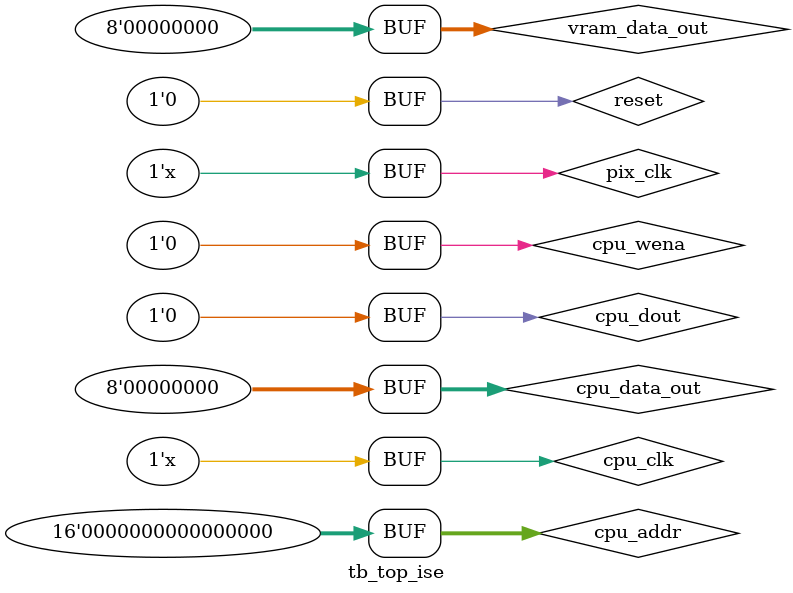
<source format=v>
`timescale 1ns/1ps

module tb_top_ise;

reg reset;
reg cpu_clk; // 100mhz
reg pix_clk; // 65mhz

wire [15:0] cpu_addr = 0;
wire [7:0] cpu_data_out = 0;
wire [7:0] cpu_data_in;
wire cpu_wena = 0;
wire cpu_din;
wire cpu_dout = 0;

wire [3:0] R,G,B;
wire H,S; // hsync, vsync
wire [15:0] vpu_addr;
wire [7:0] vram_data_in; // from vram
wire [7:0] vram_data_out = 0; // to vram

wire [11:0] char_addr;
wire [7:0] char_data;

///////////////////////////////////////////////////

CPU02 the_cpu(
		reset, cpu_clk,
		cpu_addr,
		cpu_data_in,
		cpu_data_out );

vidcon the_vpu(
    reset, pix_clk,
    vpu_addr, vram_data_in,
	R,G,B,H,S
);

dpram dpr(
		cpu_clk, cpu_wena,
		cpu_addr, cpu_data_in, cpu_data_out,
		pix_clk, 1'b0,
		vpu_addr, 8'b0, vram_data_in );

chargen cg( char_addr, char_data );



///////////////////////////////////////////////////

initial begin
    reset = 1;
    cpu_clk = 0;
    pix_clk = 0;    	

	#50
	reset = 0;
end

always # 5 cpu_clk = ~cpu_clk; //100 mhz

always # 7.69 pix_clk = ~pix_clk; // 65 mhz

endmodule

</source>
